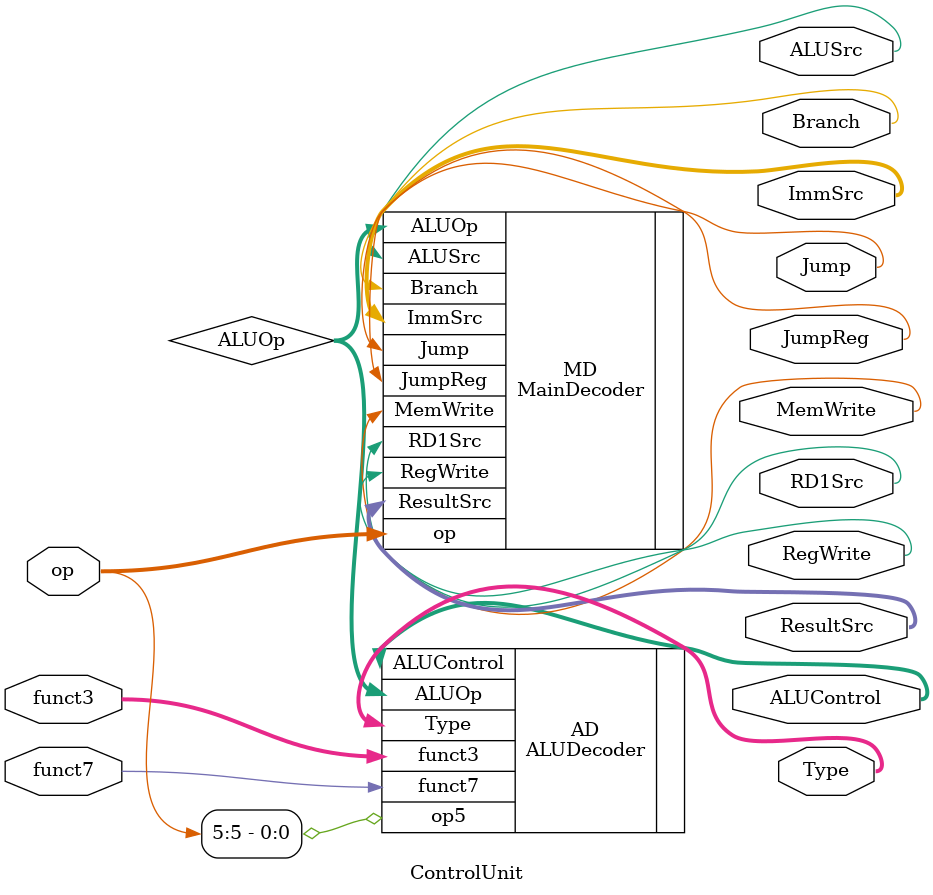
<source format=sv>
module ControlUnit (
    input  logic [6:0] op,
    input  logic [2:0] funct3,
    input  logic       funct7,
    output logic       RegWrite,
    output logic [1:0] ResultSrc,
    output logic       MemWrite,
    output logic       Jump,
    output logic       JumpReg,
    output logic [2:0] Type,
    output logic       Branch,
    output logic [3:0] ALUControl,
    output logic       ALUSrc,
    output logic [2:0] ImmSrc,
    output logic       RD1Src
);

  // Internal Signals
  logic [1:0] ALUOp;

  // Main Decoder
  MainDecoder MD (
      .op(op),
      .Branch(Branch),
      .Jump(Jump),
      .JumpReg(JumpReg),
      .ResultSrc(ResultSrc),
      .MemWrite(MemWrite),
      .ALUSrc(ALUSrc),
      .ImmSrc(ImmSrc),
      .RegWrite(RegWrite),
      .ALUOp(ALUOp),
      .RD1Src(RD1Src)
  );

  // ALU Decoder
  ALUDecoder AD (
      .ALUOp(ALUOp),
      .op5(op[5]),
      .funct3(funct3),
      .funct7(funct7),
      .Type(Type),
      .ALUControl(ALUControl)
  );

endmodule

</source>
